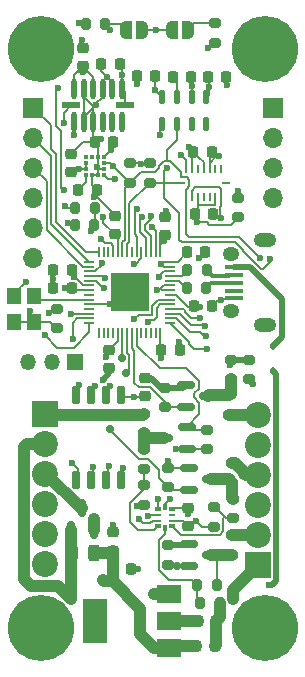
<source format=gbr>
%TF.GenerationSoftware,KiCad,Pcbnew,7.0.5*%
%TF.CreationDate,2023-12-16T01:16:06-08:00*%
%TF.ProjectId,Lyrav3,4c797261-7633-42e6-9b69-6361645f7063,rev?*%
%TF.SameCoordinates,Original*%
%TF.FileFunction,Copper,L4,Bot*%
%TF.FilePolarity,Positive*%
%FSLAX46Y46*%
G04 Gerber Fmt 4.6, Leading zero omitted, Abs format (unit mm)*
G04 Created by KiCad (PCBNEW 7.0.5) date 2023-12-16 01:16:06*
%MOMM*%
%LPD*%
G01*
G04 APERTURE LIST*
G04 Aperture macros list*
%AMRoundRect*
0 Rectangle with rounded corners*
0 $1 Rounding radius*
0 $2 $3 $4 $5 $6 $7 $8 $9 X,Y pos of 4 corners*
0 Add a 4 corners polygon primitive as box body*
4,1,4,$2,$3,$4,$5,$6,$7,$8,$9,$2,$3,0*
0 Add four circle primitives for the rounded corners*
1,1,$1+$1,$2,$3*
1,1,$1+$1,$4,$5*
1,1,$1+$1,$6,$7*
1,1,$1+$1,$8,$9*
0 Add four rect primitives between the rounded corners*
20,1,$1+$1,$2,$3,$4,$5,0*
20,1,$1+$1,$4,$5,$6,$7,0*
20,1,$1+$1,$6,$7,$8,$9,0*
20,1,$1+$1,$8,$9,$2,$3,0*%
%AMFreePoly0*
4,1,19,0.500000,-0.750000,0.000000,-0.750000,0.000000,-0.744911,-0.071157,-0.744911,-0.207708,-0.704816,-0.327430,-0.627875,-0.420627,-0.520320,-0.479746,-0.390866,-0.500000,-0.250000,-0.500000,0.250000,-0.479746,0.390866,-0.420627,0.520320,-0.327430,0.627875,-0.207708,0.704816,-0.071157,0.744911,0.000000,0.744911,0.000000,0.750000,0.500000,0.750000,0.500000,-0.750000,0.500000,-0.750000,
$1*%
%AMFreePoly1*
4,1,19,0.000000,0.744911,0.071157,0.744911,0.207708,0.704816,0.327430,0.627875,0.420627,0.520320,0.479746,0.390866,0.500000,0.250000,0.500000,-0.250000,0.479746,-0.390866,0.420627,-0.520320,0.327430,-0.627875,0.207708,-0.704816,0.071157,-0.744911,0.000000,-0.744911,0.000000,-0.750000,-0.500000,-0.750000,-0.500000,0.750000,0.000000,0.750000,0.000000,0.744911,0.000000,0.744911,
$1*%
G04 Aperture macros list end*
%TA.AperFunction,ComponentPad*%
%ADD10C,5.600000*%
%TD*%
%TA.AperFunction,ComponentPad*%
%ADD11R,1.700000X1.700000*%
%TD*%
%TA.AperFunction,ComponentPad*%
%ADD12O,1.700000X1.700000*%
%TD*%
%TA.AperFunction,ComponentPad*%
%ADD13R,2.200000X2.200000*%
%TD*%
%TA.AperFunction,ComponentPad*%
%ADD14C,2.200000*%
%TD*%
%TA.AperFunction,SMDPad,CuDef*%
%ADD15RoundRect,0.112500X0.112500X-0.187500X0.112500X0.187500X-0.112500X0.187500X-0.112500X-0.187500X0*%
%TD*%
%TA.AperFunction,SMDPad,CuDef*%
%ADD16R,0.350000X0.375000*%
%TD*%
%TA.AperFunction,SMDPad,CuDef*%
%ADD17R,0.375000X0.350000*%
%TD*%
%TA.AperFunction,SMDPad,CuDef*%
%ADD18RoundRect,0.225000X-0.225000X-0.250000X0.225000X-0.250000X0.225000X0.250000X-0.225000X0.250000X0*%
%TD*%
%TA.AperFunction,SMDPad,CuDef*%
%ADD19RoundRect,0.200000X-0.200000X-0.275000X0.200000X-0.275000X0.200000X0.275000X-0.200000X0.275000X0*%
%TD*%
%TA.AperFunction,SMDPad,CuDef*%
%ADD20RoundRect,0.225000X0.250000X-0.225000X0.250000X0.225000X-0.250000X0.225000X-0.250000X-0.225000X0*%
%TD*%
%TA.AperFunction,SMDPad,CuDef*%
%ADD21RoundRect,0.200000X-0.275000X0.200000X-0.275000X-0.200000X0.275000X-0.200000X0.275000X0.200000X0*%
%TD*%
%TA.AperFunction,ComponentPad*%
%ADD22R,1.350000X1.350000*%
%TD*%
%TA.AperFunction,ComponentPad*%
%ADD23O,1.350000X1.350000*%
%TD*%
%TA.AperFunction,SMDPad,CuDef*%
%ADD24RoundRect,0.225000X0.225000X0.250000X-0.225000X0.250000X-0.225000X-0.250000X0.225000X-0.250000X0*%
%TD*%
%TA.AperFunction,SMDPad,CuDef*%
%ADD25RoundRect,0.050000X0.050000X-0.387500X0.050000X0.387500X-0.050000X0.387500X-0.050000X-0.387500X0*%
%TD*%
%TA.AperFunction,SMDPad,CuDef*%
%ADD26RoundRect,0.050000X0.387500X-0.050000X0.387500X0.050000X-0.387500X0.050000X-0.387500X-0.050000X0*%
%TD*%
%TA.AperFunction,SMDPad,CuDef*%
%ADD27R,3.200000X3.200000*%
%TD*%
%TA.AperFunction,SMDPad,CuDef*%
%ADD28RoundRect,0.150000X-0.587500X-0.150000X0.587500X-0.150000X0.587500X0.150000X-0.587500X0.150000X0*%
%TD*%
%TA.AperFunction,SMDPad,CuDef*%
%ADD29RoundRect,0.150000X0.150000X-0.587500X0.150000X0.587500X-0.150000X0.587500X-0.150000X-0.587500X0*%
%TD*%
%TA.AperFunction,SMDPad,CuDef*%
%ADD30RoundRect,0.200000X0.275000X-0.200000X0.275000X0.200000X-0.275000X0.200000X-0.275000X-0.200000X0*%
%TD*%
%TA.AperFunction,SMDPad,CuDef*%
%ADD31R,1.200000X1.400000*%
%TD*%
%TA.AperFunction,SMDPad,CuDef*%
%ADD32RoundRect,0.150000X0.150000X-0.650000X0.150000X0.650000X-0.150000X0.650000X-0.150000X-0.650000X0*%
%TD*%
%TA.AperFunction,SMDPad,CuDef*%
%ADD33RoundRect,0.200000X0.200000X0.275000X-0.200000X0.275000X-0.200000X-0.275000X0.200000X-0.275000X0*%
%TD*%
%TA.AperFunction,SMDPad,CuDef*%
%ADD34R,2.000000X1.500000*%
%TD*%
%TA.AperFunction,SMDPad,CuDef*%
%ADD35R,2.000000X3.800000*%
%TD*%
%TA.AperFunction,SMDPad,CuDef*%
%ADD36RoundRect,0.225000X-0.250000X0.225000X-0.250000X-0.225000X0.250000X-0.225000X0.250000X0.225000X0*%
%TD*%
%TA.AperFunction,SMDPad,CuDef*%
%ADD37R,1.600000X0.400000*%
%TD*%
%TA.AperFunction,ComponentPad*%
%ADD38O,1.400000X1.200000*%
%TD*%
%TA.AperFunction,ComponentPad*%
%ADD39O,1.900000X1.200000*%
%TD*%
%TA.AperFunction,SMDPad,CuDef*%
%ADD40FreePoly0,0.000000*%
%TD*%
%TA.AperFunction,SMDPad,CuDef*%
%ADD41FreePoly1,0.000000*%
%TD*%
%TA.AperFunction,SMDPad,CuDef*%
%ADD42RoundRect,0.243750X-0.243750X-0.456250X0.243750X-0.456250X0.243750X0.456250X-0.243750X0.456250X0*%
%TD*%
%TA.AperFunction,SMDPad,CuDef*%
%ADD43R,0.250000X0.800000*%
%TD*%
%TA.AperFunction,SMDPad,CuDef*%
%ADD44R,0.800000X0.250000*%
%TD*%
%TA.AperFunction,SMDPad,CuDef*%
%ADD45O,0.450000X1.770000*%
%TD*%
%TA.AperFunction,SMDPad,CuDef*%
%ADD46R,1.550000X0.600000*%
%TD*%
%TA.AperFunction,SMDPad,CuDef*%
%ADD47RoundRect,0.150000X0.587500X0.150000X-0.587500X0.150000X-0.587500X-0.150000X0.587500X-0.150000X0*%
%TD*%
%TA.AperFunction,SMDPad,CuDef*%
%ADD48R,0.580000X0.300000*%
%TD*%
%TA.AperFunction,SMDPad,CuDef*%
%ADD49R,0.580000X0.250000*%
%TD*%
%TA.AperFunction,SMDPad,CuDef*%
%ADD50R,0.350000X0.630000*%
%TD*%
%TA.AperFunction,SMDPad,CuDef*%
%ADD51RoundRect,0.125000X-0.125000X0.475000X-0.125000X-0.475000X0.125000X-0.475000X0.125000X0.475000X0*%
%TD*%
%TA.AperFunction,ViaPad*%
%ADD52C,1.000000*%
%TD*%
%TA.AperFunction,ViaPad*%
%ADD53C,0.600000*%
%TD*%
%TA.AperFunction,ViaPad*%
%ADD54C,0.700000*%
%TD*%
%TA.AperFunction,Conductor*%
%ADD55C,0.200000*%
%TD*%
%TA.AperFunction,Conductor*%
%ADD56C,1.000000*%
%TD*%
%TA.AperFunction,Conductor*%
%ADD57C,0.500000*%
%TD*%
%TA.AperFunction,Conductor*%
%ADD58C,0.300000*%
%TD*%
G04 APERTURE END LIST*
D10*
%TO.P,H3,1,1*%
%TO.N,GND*%
X186600000Y-116025000D03*
%TD*%
D11*
%TO.P,J8,1,Pin_1*%
%TO.N,/BRKOUT1*%
X206248000Y-72009000D03*
D12*
%TO.P,J8,2,Pin_2*%
%TO.N,/BRKOUT2*%
X206248000Y-74549000D03*
%TO.P,J8,3,Pin_3*%
%TO.N,/BRKOUT3*%
X206248000Y-77089000D03*
%TO.P,J8,4,Pin_4*%
%TO.N,/BRKOUT4*%
X206248000Y-79629000D03*
%TD*%
D10*
%TO.P,H1,1,1*%
%TO.N,GND*%
X186600000Y-67025000D03*
%TD*%
%TO.P,H2,1,1*%
%TO.N,GND*%
X205600000Y-67025000D03*
%TD*%
%TO.P,H4,1,1*%
%TO.N,GND*%
X205600000Y-116025000D03*
%TD*%
D13*
%TO.P,J2,1,Pin_1*%
%TO.N,/P4-*%
X186944000Y-97917000D03*
D14*
%TO.P,J2,2,Pin_2*%
%TO.N,+12P*%
X186944000Y-100457000D03*
%TO.P,J2,3,Pin_3*%
%TO.N,+12V*%
X186944000Y-102997000D03*
%TO.P,J2,4,Pin_4*%
%TO.N,+BATT*%
X186944000Y-105537000D03*
%TO.P,J2,5,Pin_5*%
%TO.N,GND*%
X186944000Y-108077000D03*
%TO.P,J2,6,Pin_6*%
%TO.N,+BATT*%
X186944000Y-110617000D03*
%TD*%
D13*
%TO.P,J9,1,Pin_1*%
%TO.N,+12P*%
X204978000Y-110744000D03*
D14*
%TO.P,J9,2,Pin_2*%
%TO.N,/P1-*%
X204978000Y-108204000D03*
%TO.P,J9,3,Pin_3*%
%TO.N,+12P*%
X204978000Y-105664000D03*
%TO.P,J9,4,Pin_4*%
%TO.N,/P2-*%
X204978000Y-103124000D03*
%TO.P,J9,5,Pin_5*%
%TO.N,+12P*%
X204978000Y-100584000D03*
%TO.P,J9,6,Pin_6*%
%TO.N,/P3-*%
X204978000Y-98044000D03*
%TD*%
D11*
%TO.P,J6,1,Pin_1*%
%TO.N,/BRKOUT7*%
X185928000Y-71999000D03*
D12*
%TO.P,J6,2,Pin_2*%
%TO.N,/BRKOUT6*%
X185928000Y-74539000D03*
%TO.P,J6,3,Pin_3*%
%TO.N,/BRKOUT5*%
X185928000Y-77079000D03*
%TO.P,J6,4,Pin_4*%
%TO.N,+12VA*%
X185928000Y-79619000D03*
%TO.P,J6,5,Pin_5*%
%TO.N,+3V3*%
X185928000Y-82159000D03*
%TO.P,J6,6,Pin_6*%
%TO.N,GND*%
X185928000Y-84699000D03*
%TD*%
D15*
%TO.P,D3,1,K*%
%TO.N,+12V*%
X206248000Y-94268000D03*
%TO.P,D3,2,A*%
%TO.N,Net-(D3-A)*%
X206248000Y-92168000D03*
%TD*%
D16*
%TO.P,U5,1,SCL/SPC*%
%TO.N,/I2C1 SCL*%
X191931800Y-77673700D03*
%TO.P,U5,2,GND*%
%TO.N,GND*%
X191431800Y-77673700D03*
%TO.P,U5,3,GND*%
X190931800Y-77673700D03*
%TO.P,U5,4,C1*%
%TO.N,Net-(U5-C1)*%
X190431800Y-77673700D03*
D17*
%TO.P,U5,5,Vdd*%
%TO.N,+3V3*%
X190419300Y-77161200D03*
%TO.P,U5,6,Vdd_IO*%
X190419300Y-76661200D03*
D16*
%TO.P,U5,7,INT*%
%TO.N,unconnected-(U5-INT-Pad7)*%
X190431800Y-76148700D03*
%TO.P,U5,8,DRDY*%
%TO.N,unconnected-(U5-DRDY-Pad8)*%
X190931800Y-76148700D03*
%TO.P,U5,9,SDO/SA1*%
%TO.N,GND*%
X191431800Y-76148700D03*
%TO.P,U5,10,~{CS}*%
%TO.N,+3V3*%
X191931800Y-76148700D03*
D17*
%TO.P,U5,11,SDA/SDI/SDO*%
%TO.N,/I2C1 SDA*%
X191944300Y-76661200D03*
%TO.P,U5,12,GND*%
%TO.N,GND*%
X191944300Y-77161200D03*
%TD*%
D18*
%TO.P,C22,1*%
%TO.N,+3V3*%
X196786200Y-92506800D03*
%TO.P,C22,2*%
%TO.N,GND*%
X198336200Y-92506800D03*
%TD*%
D19*
%TO.P,R18,1*%
%TO.N,/RP USB_D-*%
X198983100Y-85768800D03*
%TO.P,R18,2*%
%TO.N,/USB_D-*%
X200633100Y-85768800D03*
%TD*%
D20*
%TO.P,C11,1*%
%TO.N,+3V3*%
X190135200Y-68494101D03*
%TO.P,C11,2*%
%TO.N,GND*%
X190135200Y-66944101D03*
%TD*%
D21*
%TO.P,R17,1*%
%TO.N,GND*%
X197104000Y-95695000D03*
%TO.P,R17,2*%
%TO.N,/P3 EN *%
X197104000Y-97345000D03*
%TD*%
D22*
%TO.P,J5,1,Pin_1*%
%TO.N,/SWCLK*%
X189502800Y-93522800D03*
D23*
%TO.P,J5,2,Pin_2*%
%TO.N,GND*%
X187502800Y-93522800D03*
%TO.P,J5,3,Pin_3*%
%TO.N,/SWD*%
X185502800Y-93522800D03*
%TD*%
D21*
%TO.P,R6,1*%
%TO.N,+3V3*%
X195799400Y-76710702D03*
%TO.P,R6,2*%
%TO.N,/I2C1 SCL*%
X195799400Y-78360702D03*
%TD*%
D24*
%TO.P,C10,1*%
%TO.N,+3V3*%
X193256200Y-68326000D03*
%TO.P,C10,2*%
%TO.N,GND*%
X191706200Y-68326000D03*
%TD*%
D25*
%TO.P,U8,1,IOVDD*%
%TO.N,+3V3*%
X196705900Y-91073300D03*
%TO.P,U8,2,GPIO0*%
%TO.N,unconnected-(U8-GPIO0-Pad2)*%
X196305900Y-91073300D03*
%TO.P,U8,3,GPIO1*%
%TO.N,unconnected-(U8-GPIO1-Pad3)*%
X195905900Y-91073300D03*
%TO.P,U8,4,GPIO2*%
%TO.N,unconnected-(U8-GPIO2-Pad4)*%
X195505900Y-91073300D03*
%TO.P,U8,5,GPIO3*%
%TO.N,unconnected-(U8-GPIO3-Pad5)*%
X195105900Y-91073300D03*
%TO.P,U8,6,GPIO4*%
%TO.N,/P4 EN *%
X194705900Y-91073300D03*
%TO.P,U8,7,GPIO5*%
%TO.N,/P3 EN *%
X194305900Y-91073300D03*
%TO.P,U8,8,GPIO6*%
%TO.N,/P2 EN *%
X193905900Y-91073300D03*
%TO.P,U8,9,GPIO7*%
%TO.N,/P1 EN *%
X193505900Y-91073300D03*
%TO.P,U8,10,IOVDD*%
%TO.N,+3V3*%
X193105900Y-91073300D03*
%TO.P,U8,11,GPIO8*%
%TO.N,unconnected-(U8-GPIO8-Pad11)*%
X192705900Y-91073300D03*
%TO.P,U8,12,GPIO9*%
%TO.N,unconnected-(U8-GPIO9-Pad12)*%
X192305900Y-91073300D03*
%TO.P,U8,13,GPIO10*%
%TO.N,unconnected-(U8-GPIO10-Pad13)*%
X191905900Y-91073300D03*
%TO.P,U8,14,GPIO11*%
%TO.N,unconnected-(U8-GPIO11-Pad14)*%
X191505900Y-91073300D03*
D26*
%TO.P,U8,15,GPIO12*%
%TO.N,/LEDRED*%
X190668400Y-90235800D03*
%TO.P,U8,16,GPIO13*%
%TO.N,/LEDGREEN*%
X190668400Y-89835800D03*
%TO.P,U8,17,GPIO14*%
%TO.N,/LEDBLUE*%
X190668400Y-89435800D03*
%TO.P,U8,18,GPIO15*%
%TO.N,unconnected-(U8-GPIO15-Pad18)*%
X190668400Y-89035800D03*
%TO.P,U8,19,TESTEN*%
%TO.N,GND*%
X190668400Y-88635800D03*
%TO.P,U8,20,XIN*%
%TO.N,/XIN*%
X190668400Y-88235800D03*
%TO.P,U8,21,XOUT*%
%TO.N,unconnected-(U8-XOUT-Pad21)*%
X190668400Y-87835800D03*
%TO.P,U8,22,IOVDD*%
%TO.N,+3V3*%
X190668400Y-87435800D03*
%TO.P,U8,23,DVDD*%
%TO.N,+1V1*%
X190668400Y-87035800D03*
%TO.P,U8,24,SWCLK*%
%TO.N,/SWCLK*%
X190668400Y-86635800D03*
%TO.P,U8,25,SWD*%
%TO.N,/SWD*%
X190668400Y-86235800D03*
%TO.P,U8,26,RUN*%
%TO.N,/RUN*%
X190668400Y-85835800D03*
%TO.P,U8,27,GPIO16*%
%TO.N,/BRKOUT5*%
X190668400Y-85435800D03*
%TO.P,U8,28,GPIO17*%
%TO.N,/BRKOUT6*%
X190668400Y-85035800D03*
D25*
%TO.P,U8,29,GPIO18*%
%TO.N,/BRKOUT7*%
X191505900Y-84198300D03*
%TO.P,U8,30,GPIO19*%
%TO.N,unconnected-(U8-GPIO19-Pad30)*%
X191905900Y-84198300D03*
%TO.P,U8,31,GPIO20*%
%TO.N,unconnected-(U8-GPIO20-Pad31)*%
X192305900Y-84198300D03*
%TO.P,U8,32,GPIO21*%
%TO.N,/BUZZER*%
X192705900Y-84198300D03*
%TO.P,U8,33,IOVDD*%
%TO.N,+3V3*%
X193105900Y-84198300D03*
%TO.P,U8,34,GPIO22*%
%TO.N,/I2C1 SDA*%
X193505900Y-84198300D03*
%TO.P,U8,35,GPIO23*%
%TO.N,/I2C1 SCL*%
X193905900Y-84198300D03*
%TO.P,U8,36,GPIO24*%
%TO.N,unconnected-(U8-GPIO24-Pad36)*%
X194305900Y-84198300D03*
%TO.P,U8,37,GPIO25*%
%TO.N,/BRKOUT1*%
X194705900Y-84198300D03*
%TO.P,U8,38,GPIO26_ADC0*%
%TO.N,/BATT SENSE *%
X195105900Y-84198300D03*
%TO.P,U8,39,GPIO27_ADC1*%
%TO.N,/BRKOUT2*%
X195505900Y-84198300D03*
%TO.P,U8,40,GPIO28_ADC2*%
%TO.N,/BRKOUT3*%
X195905900Y-84198300D03*
%TO.P,U8,41,GPIO29_ADC3*%
%TO.N,/BRKOUT4*%
X196305900Y-84198300D03*
%TO.P,U8,42,IOVDD*%
%TO.N,+3V3*%
X196705900Y-84198300D03*
D26*
%TO.P,U8,43,ADC_AVDD*%
X197543400Y-85035800D03*
%TO.P,U8,44,VREG_IN*%
X197543400Y-85435800D03*
%TO.P,U8,45,VREG_VOUT*%
%TO.N,+1V1*%
X197543400Y-85835800D03*
%TO.P,U8,46,USB_DM*%
%TO.N,/RP USB_D-*%
X197543400Y-86235800D03*
%TO.P,U8,47,USB_DP*%
%TO.N,/RP USB_D+*%
X197543400Y-86635800D03*
%TO.P,U8,48,USB_VDD*%
%TO.N,+3V3*%
X197543400Y-87035800D03*
%TO.P,U8,49,IOVDD*%
X197543400Y-87435800D03*
%TO.P,U8,50,DVDD*%
%TO.N,+1V1*%
X197543400Y-87835800D03*
%TO.P,U8,51,QSPI_SD3*%
%TO.N,/QSPI_SD3*%
X197543400Y-88235800D03*
%TO.P,U8,52,QSPI_SCLK*%
%TO.N,/QSPI_SCLK*%
X197543400Y-88635800D03*
%TO.P,U8,53,QSPI_SD0*%
%TO.N,/QSPI_SDO*%
X197543400Y-89035800D03*
%TO.P,U8,54,QSPI_SD2*%
%TO.N,/QSPI_SD2*%
X197543400Y-89435800D03*
%TO.P,U8,55,QSPI_SD1*%
%TO.N,/QSPI_SD1*%
X197543400Y-89835800D03*
%TO.P,U8,56,QSPI_SS*%
%TO.N,/QSPI_SS*%
X197543400Y-90235800D03*
D27*
%TO.P,U8,57,GND*%
%TO.N,GND*%
X194105900Y-87635800D03*
%TD*%
D28*
%TO.P,Q2,1,G*%
%TO.N,/P2 EN *%
X199136000Y-104394000D03*
%TO.P,Q2,2,S*%
%TO.N,GND*%
X199136000Y-102494000D03*
%TO.P,Q2,3,D*%
%TO.N,Net-(Q2-D)*%
X201011000Y-103444000D03*
%TD*%
D18*
%TO.P,C17,1*%
%TO.N,+1V1*%
X199529400Y-88798400D03*
%TO.P,C17,2*%
%TO.N,GND*%
X201079400Y-88798400D03*
%TD*%
D29*
%TO.P,Q1,1,G*%
%TO.N,GND*%
X191069000Y-107769900D03*
%TO.P,Q1,2,S*%
%TO.N,+12P*%
X189169000Y-107769900D03*
%TO.P,Q1,3,D*%
%TO.N,+12V*%
X190119000Y-105894900D03*
%TD*%
D18*
%TO.P,C14,1*%
%TO.N,Net-(U5-C1)*%
X189775800Y-78943200D03*
%TO.P,C14,2*%
%TO.N,GND*%
X191325800Y-78943200D03*
%TD*%
D30*
%TO.P,R27,1*%
%TO.N,GND*%
X200660000Y-100901000D03*
%TO.P,R27,2*%
%TO.N,/P4 EN *%
X200660000Y-99251000D03*
%TD*%
D21*
%TO.P,R16,1*%
%TO.N,GND*%
X197358000Y-109016800D03*
%TO.P,R16,2*%
%TO.N,/P1 EN *%
X197358000Y-110666800D03*
%TD*%
D31*
%TO.P,X1,1,Tri-state*%
%TO.N,+3V3*%
X184353100Y-90145400D03*
%TO.P,X1,2,GND*%
%TO.N,GND*%
X184353100Y-87945400D03*
%TO.P,X1,3,OUTPUT*%
%TO.N,/XIN*%
X186053100Y-87945400D03*
%TO.P,X1,4,VDD*%
%TO.N,+3V3*%
X186053100Y-90145400D03*
%TD*%
D32*
%TO.P,U9,1,~{CS}*%
%TO.N,/QSPI_SS*%
X193421000Y-103530400D03*
%TO.P,U9,2,DO(IO1)*%
%TO.N,/QSPI_SD1*%
X192151000Y-103530400D03*
%TO.P,U9,3,IO2*%
%TO.N,/QSPI_SD2*%
X190881000Y-103530400D03*
%TO.P,U9,4,GND*%
%TO.N,GND*%
X189611000Y-103530400D03*
%TO.P,U9,5,DI(IO0)*%
%TO.N,/QSPI_SDO*%
X189611000Y-96330400D03*
%TO.P,U9,6,CLK*%
%TO.N,/QSPI_SCLK*%
X190881000Y-96330400D03*
%TO.P,U9,7,IO3*%
%TO.N,/QSPI_SD3*%
X192151000Y-96330400D03*
%TO.P,U9,8,VCC*%
%TO.N,+3V3*%
X193421000Y-96330400D03*
%TD*%
D18*
%TO.P,C6,1*%
%TO.N,+3V3*%
X199885000Y-115443000D03*
%TO.P,C6,2*%
%TO.N,GND*%
X201435000Y-115443000D03*
%TD*%
D21*
%TO.P,R7,1*%
%TO.N,+3V3*%
X194148400Y-76710701D03*
%TO.P,R7,2*%
%TO.N,/I2C1 SDA*%
X194148400Y-78360701D03*
%TD*%
D20*
%TO.P,C12,1*%
%TO.N,+3V3*%
X189149800Y-77445200D03*
%TO.P,C12,2*%
%TO.N,GND*%
X189149800Y-75895200D03*
%TD*%
D21*
%TO.P,R19,1*%
%TO.N,/P2-*%
X202819000Y-102109000D03*
%TO.P,R19,2*%
%TO.N,Net-(Q2-D)*%
X202819000Y-103759000D03*
%TD*%
D18*
%TO.P,C1,1*%
%TO.N,+3V3*%
X199631000Y-81026000D03*
%TO.P,C1,2*%
%TO.N,GND*%
X201181000Y-81026000D03*
%TD*%
D20*
%TO.P,C21,1*%
%TO.N,+3V3*%
X197104000Y-82766200D03*
%TO.P,C21,2*%
%TO.N,GND*%
X197104000Y-81216200D03*
%TD*%
D33*
%TO.P,R15,1*%
%TO.N,/USB_D+*%
X200607700Y-87292800D03*
%TO.P,R15,2*%
%TO.N,/RP USB_D+*%
X198957700Y-87292800D03*
%TD*%
D21*
%TO.P,R2,1*%
%TO.N,Net-(D4-A)*%
X187920900Y-89007800D03*
%TO.P,R2,2*%
%TO.N,+3V3*%
X187920900Y-90657800D03*
%TD*%
D34*
%TO.P,U1,1,GND*%
%TO.N,GND*%
X197460000Y-113143000D03*
%TO.P,U1,2,VO*%
%TO.N,+3V3*%
X197460000Y-115443000D03*
%TO.P,U1,3,VI*%
%TO.N,+12VA*%
X197460000Y-117743000D03*
D35*
%TO.P,U1,4*%
%TO.N,N/C*%
X191160000Y-115443000D03*
%TD*%
D24*
%TO.P,C2,1*%
%TO.N,+3V3*%
X201044800Y-75745501D03*
%TO.P,C2,2*%
%TO.N,GND*%
X199494800Y-75745501D03*
%TD*%
D18*
%TO.P,C5,1*%
%TO.N,+12VA*%
X199758000Y-117602000D03*
%TO.P,C5,2*%
%TO.N,GND*%
X201308000Y-117602000D03*
%TD*%
%TO.P,C7,1*%
%TO.N,+12VA*%
X192671400Y-111048800D03*
%TO.P,C7,2*%
%TO.N,GND*%
X194221400Y-111048800D03*
%TD*%
D36*
%TO.P,C15,1*%
%TO.N,+3V3*%
X199085200Y-105854200D03*
%TO.P,C15,2*%
%TO.N,GND*%
X199085200Y-107404200D03*
%TD*%
D37*
%TO.P,J7,1,VBUS*%
%TO.N,Net-(D3-A)*%
X202965200Y-85517200D03*
%TO.P,J7,2,D-*%
%TO.N,/USB_D-*%
X202965200Y-86167200D03*
%TO.P,J7,3,D+*%
%TO.N,/USB_D+*%
X202965200Y-86817200D03*
%TO.P,J7,4,ID*%
%TO.N,unconnected-(J7-ID-Pad4)*%
X202965200Y-87467200D03*
%TO.P,J7,5,GND*%
%TO.N,GND*%
X202955200Y-88117200D03*
D38*
%TO.P,J7,6,Shield*%
%TO.N,unconnected-(J7-Shield-Pad6)*%
X202715200Y-89237200D03*
%TO.P,J7,7*%
%TO.N,N/C*%
X202715200Y-84397200D03*
D39*
%TO.P,J7,8*%
X205615200Y-83217200D03*
%TO.P,J7,9*%
X205615200Y-90417200D03*
%TD*%
D20*
%TO.P,C8,1*%
%TO.N,+12VA*%
X192684400Y-109487000D03*
%TO.P,C8,2*%
%TO.N,GND*%
X192684400Y-107937000D03*
%TD*%
D36*
%TO.P,C23,1*%
%TO.N,+3V3*%
X192379600Y-92493800D03*
%TO.P,C23,2*%
%TO.N,GND*%
X192379600Y-94043800D03*
%TD*%
D19*
%TO.P,R1,1*%
%TO.N,+3V3*%
X190414313Y-64897000D03*
%TO.P,R1,2*%
%TO.N,/RUN*%
X192064313Y-64897000D03*
%TD*%
D24*
%TO.P,C13,1*%
%TO.N,+3V3*%
X192718800Y-74879200D03*
%TO.P,C13,2*%
%TO.N,GND*%
X191168800Y-74879200D03*
%TD*%
D28*
%TO.P,Q3,1,G*%
%TO.N,/P1 EN *%
X199166000Y-110805000D03*
%TO.P,Q3,2,S*%
%TO.N,GND*%
X199166000Y-108905000D03*
%TO.P,Q3,3,D*%
%TO.N,Net-(Q3-D)*%
X201041000Y-109855000D03*
%TD*%
D21*
%TO.P,R25,1*%
%TO.N,/P4 CONT *%
X195326000Y-103950000D03*
%TO.P,R25,2*%
%TO.N,GND*%
X195326000Y-105600000D03*
%TD*%
D18*
%TO.P,C25,1*%
%TO.N,+3V3*%
X198956900Y-84244800D03*
%TO.P,C25,2*%
%TO.N,GND*%
X200506900Y-84244800D03*
%TD*%
D40*
%TO.P,J4,1,Pin_1*%
%TO.N,GND*%
X197724000Y-65405000D03*
D41*
%TO.P,J4,2,Pin_2*%
%TO.N,/BOOTSEL*%
X199024000Y-65405000D03*
%TD*%
D19*
%TO.P,R12,1*%
%TO.N,/P1 CONT *%
X200089000Y-113919000D03*
%TO.P,R12,2*%
%TO.N,GND*%
X201739000Y-113919000D03*
%TD*%
D33*
%TO.P,R10,1*%
%TO.N,Net-(Q3-D)*%
X201485000Y-112395000D03*
%TO.P,R10,2*%
%TO.N,/P1 CONT *%
X199835000Y-112395000D03*
%TD*%
D21*
%TO.P,R21,1*%
%TO.N,Net-(Q2-D)*%
X202844400Y-105093000D03*
%TO.P,R21,2*%
%TO.N,/P2 CONT *%
X202844400Y-106743000D03*
%TD*%
D42*
%TO.P,F1,1*%
%TO.N,+12P*%
X189206900Y-109728000D03*
%TO.P,F1,2*%
%TO.N,+12VA*%
X191081900Y-109728000D03*
%TD*%
D21*
%TO.P,R3,1*%
%TO.N,Net-(D2-A)*%
X203327000Y-79629000D03*
%TO.P,R3,2*%
%TO.N,+3V3*%
X203327000Y-81279000D03*
%TD*%
%TO.P,R23,1*%
%TO.N,Net-(Q5-D)*%
X195326000Y-100902000D03*
%TO.P,R23,2*%
%TO.N,/P4 CONT *%
X195326000Y-102552000D03*
%TD*%
D43*
%TO.P,U2,1,INT2*%
%TO.N,unconnected-(U2-INT2-Pad1)*%
X201877600Y-77137701D03*
%TO.P,U2,2,NC*%
%TO.N,unconnected-(U2-NC-Pad2)*%
X201377600Y-77137701D03*
%TO.P,U2,3,VDD*%
%TO.N,+3V3*%
X200877600Y-77137701D03*
%TO.P,U2,4,GNDA*%
%TO.N,GND*%
X200377600Y-77137701D03*
%TO.P,U2,5,CSB2*%
%TO.N,unconnected-(U2-CSB2-Pad5)*%
X199877600Y-77137701D03*
%TO.P,U2,6,GNDIO*%
%TO.N,GND*%
X199377600Y-77137701D03*
%TO.P,U2,7,PS*%
%TO.N,+3V3*%
X198877600Y-77137701D03*
D44*
%TO.P,U2,8,SCL/SCK*%
%TO.N,/I2C1 SCL*%
X198467600Y-78337701D03*
D43*
%TO.P,U2,9,SDA/SDI*%
%TO.N,/I2C1 SDA*%
X198877600Y-79537701D03*
%TO.P,U2,10,SDO2*%
%TO.N,GND*%
X199377600Y-79537701D03*
%TO.P,U2,11,VDDIO*%
%TO.N,+3V3*%
X199877600Y-79537701D03*
%TO.P,U2,12,INT3*%
%TO.N,unconnected-(U2-INT3-Pad12)*%
X200377600Y-79537701D03*
%TO.P,U2,13,INT4*%
%TO.N,unconnected-(U2-INT4-Pad13)*%
X200877600Y-79537701D03*
%TO.P,U2,14,CSB1*%
%TO.N,+3V3*%
X201377600Y-79537701D03*
%TO.P,U2,15,SDO1*%
%TO.N,GND*%
X201877600Y-79537701D03*
D44*
%TO.P,U2,16,INT1*%
%TO.N,unconnected-(U2-INT1-Pad16)*%
X202287600Y-78337701D03*
%TD*%
D21*
%TO.P,R24,1*%
%TO.N,/P2 CONT *%
X201269600Y-105804200D03*
%TO.P,R24,2*%
%TO.N,GND*%
X201269600Y-107454200D03*
%TD*%
D45*
%TO.P,U4,1,VDDI/O*%
%TO.N,+3V3*%
X189443714Y-70389101D03*
%TO.P,U4,2,GND*%
%TO.N,GND*%
X190243714Y-70389101D03*
%TO.P,U4,3,RESERVED*%
%TO.N,+3V3*%
X191043714Y-70389101D03*
%TO.P,U4,4,GND*%
%TO.N,GND*%
X191843714Y-70389101D03*
%TO.P,U4,5,GND*%
X192643714Y-70389101D03*
%TO.P,U4,6,VS*%
%TO.N,+3V3*%
X193443714Y-70389101D03*
D46*
%TO.P,U4,7,~{CS}*%
X193743714Y-71799101D03*
D45*
%TO.P,U4,8,INT1*%
%TO.N,unconnected-(U4-INT1-Pad8)*%
X193443714Y-73209101D03*
%TO.P,U4,9,INT2*%
%TO.N,unconnected-(U4-INT2-Pad9)*%
X192643714Y-73209101D03*
%TO.P,U4,10,NC*%
%TO.N,unconnected-(U4-NC-Pad10)*%
X191843714Y-73209101D03*
%TO.P,U4,11,RESERVED*%
%TO.N,GND*%
X191043714Y-73209101D03*
%TO.P,U4,12,SDO/ALTADDRESS*%
X190243714Y-73209101D03*
%TO.P,U4,13,SDA/SDI/SDIO*%
%TO.N,/I2C1 SDA*%
X189443714Y-73209101D03*
D46*
%TO.P,U4,14,SCL/SCLK*%
%TO.N,/I2C1 SCL*%
X189143714Y-71799101D03*
%TD*%
D40*
%TO.P,J3,1,Pin_1*%
%TO.N,/RUN*%
X193816999Y-65405000D03*
D41*
%TO.P,J3,2,Pin_2*%
%TO.N,GND*%
X195116999Y-65405000D03*
%TD*%
D33*
%TO.P,R5,1*%
%TO.N,/BATT SENSE *%
X191117800Y-81963099D03*
%TO.P,R5,2*%
%TO.N,GND*%
X189467800Y-81963099D03*
%TD*%
D30*
%TO.P,R9,1*%
%TO.N,/P3-*%
X202565000Y-97980000D03*
%TO.P,R9,2*%
%TO.N,Net-(Q4-D)*%
X202565000Y-96330000D03*
%TD*%
D19*
%TO.P,R4,1*%
%TO.N,+12VA*%
X189493200Y-80493100D03*
%TO.P,R4,2*%
%TO.N,/BATT SENSE *%
X191143200Y-80493100D03*
%TD*%
D18*
%TO.P,C9,1*%
%TO.N,Net-(U3-CAP)*%
X197742200Y-69395501D03*
%TO.P,C9,2*%
%TO.N,GND*%
X199292200Y-69395501D03*
%TD*%
D21*
%TO.P,R20,1*%
%TO.N,/P4-*%
X195326000Y-97918000D03*
%TO.P,R20,2*%
%TO.N,Net-(Q5-D)*%
X195326000Y-99568000D03*
%TD*%
D30*
%TO.P,R14,1*%
%TO.N,/QSPI_SS*%
X201371200Y-66497200D03*
%TO.P,R14,2*%
%TO.N,/BOOTSEL*%
X201371200Y-64847200D03*
%TD*%
D47*
%TO.P,Q5,1,G*%
%TO.N,/P4 EN *%
X198930500Y-98999000D03*
%TO.P,Q5,2,S*%
%TO.N,GND*%
X198930500Y-100899000D03*
%TO.P,Q5,3,D*%
%TO.N,Net-(Q5-D)*%
X197055500Y-99949000D03*
%TD*%
D24*
%TO.P,C16,1*%
%TO.N,+1V1*%
X189192200Y-85768800D03*
%TO.P,C16,2*%
%TO.N,GND*%
X187642200Y-85768800D03*
%TD*%
D48*
%TO.P,U6,1,ADDR*%
%TO.N,+3V3*%
X197739000Y-105942000D03*
D49*
%TO.P,U6,2,ALERT/RDY*%
%TO.N,unconnected-(U6-ALERT{slash}RDY-Pad2)*%
X197739000Y-106442000D03*
%TO.P,U6,3,GND*%
%TO.N,GND*%
X197739000Y-106942000D03*
D48*
%TO.P,U6,4,AIN0*%
%TO.N,/P2 CONT *%
X197739000Y-107442000D03*
D50*
%TO.P,U6,5,AIN1*%
%TO.N,/P1 CONT *%
X197109000Y-107552000D03*
D48*
%TO.P,U6,6,AIN2*%
%TO.N,/P4 CONT *%
X196479000Y-107442000D03*
D49*
%TO.P,U6,7,AIN3*%
%TO.N,/P3 CONT *%
X196479000Y-106942000D03*
%TO.P,U6,8,VDD*%
%TO.N,+3V3*%
X196479000Y-106442000D03*
D48*
%TO.P,U6,9,SDA*%
%TO.N,/I2C1 SDA*%
X196479000Y-105942000D03*
D50*
%TO.P,U6,10,SCL*%
%TO.N,/I2C1 SCL*%
X197109000Y-105832000D03*
%TD*%
D21*
%TO.P,R26,1*%
%TO.N,GND*%
X197358000Y-102490000D03*
%TO.P,R26,2*%
%TO.N,/P2 EN *%
X197358000Y-104140000D03*
%TD*%
D24*
%TO.P,C24,1*%
%TO.N,+3V3*%
X189203900Y-87292800D03*
%TO.P,C24,2*%
%TO.N,GND*%
X187653900Y-87292800D03*
%TD*%
D18*
%TO.P,C4,1*%
%TO.N,+3V3*%
X200748600Y-69392800D03*
%TO.P,C4,2*%
%TO.N,GND*%
X202298600Y-69392800D03*
%TD*%
D28*
%TO.P,Q4,1,G*%
%TO.N,/P3 EN *%
X198912000Y-97343000D03*
%TO.P,Q4,2,S*%
%TO.N,GND*%
X198912000Y-95443000D03*
%TO.P,Q4,3,D*%
%TO.N,Net-(Q4-D)*%
X200787000Y-96393000D03*
%TD*%
D51*
%TO.P,U3,1,VDD*%
%TO.N,+3V3*%
X196860800Y-71071901D03*
%TO.P,U3,2,CAP*%
%TO.N,Net-(U3-CAP)*%
X198110800Y-71071901D03*
%TO.P,U3,3,GND*%
%TO.N,GND*%
X199360800Y-71071901D03*
%TO.P,U3,4,VDDIO*%
%TO.N,+3V3*%
X200610800Y-71071901D03*
%TO.P,U3,5,INT2*%
%TO.N,unconnected-(U3-INT2-Pad5)*%
X200610800Y-73371901D03*
%TO.P,U3,6,INT1*%
%TO.N,unconnected-(U3-INT1-Pad6)*%
X199360800Y-73371901D03*
%TO.P,U3,7,SDL*%
%TO.N,/I2C1 SDA*%
X198110800Y-73371901D03*
%TO.P,U3,8,SCL*%
%TO.N,/I2C1 SCL*%
X196860800Y-73371901D03*
%TD*%
D21*
%TO.P,R8,1*%
%TO.N,/P1-*%
X202819000Y-108205000D03*
%TO.P,R8,2*%
%TO.N,Net-(Q3-D)*%
X202819000Y-109855000D03*
%TD*%
D20*
%TO.P,C27,1*%
%TO.N,+3V3*%
X195376800Y-96418400D03*
%TO.P,C27,2*%
%TO.N,GND*%
X195376800Y-94868400D03*
%TD*%
%TO.P,C26,1*%
%TO.N,+3V3*%
X192836800Y-82715400D03*
%TO.P,C26,2*%
%TO.N,GND*%
X192836800Y-81165400D03*
%TD*%
D24*
%TO.P,C3,1*%
%TO.N,+3V3*%
X196253400Y-69342000D03*
%TO.P,C3,2*%
%TO.N,GND*%
X194703400Y-69342000D03*
%TD*%
D21*
%TO.P,R13,1*%
%TO.N,/P3 CONT *%
X204216000Y-93346000D03*
%TO.P,R13,2*%
%TO.N,GND*%
X204216000Y-94996000D03*
%TD*%
D30*
%TO.P,R11,1*%
%TO.N,Net-(Q4-D)*%
X202692000Y-94996000D03*
%TO.P,R11,2*%
%TO.N,/P3 CONT *%
X202692000Y-93346000D03*
%TD*%
D52*
%TO.N,+12VA*%
X191871600Y-112014000D03*
D53*
X188671200Y-80314800D03*
%TO.N,GND*%
X198018400Y-100888800D03*
X191827274Y-95007119D03*
X185318400Y-86715600D03*
X192430400Y-88635800D03*
X199097913Y-75348599D03*
X192684400Y-107340400D03*
X199948800Y-84683600D03*
D52*
X191063407Y-106783345D03*
D53*
X201847784Y-81296069D03*
X188874400Y-81737200D03*
X190093600Y-66243200D03*
X191231011Y-71748973D03*
X187642200Y-86512400D03*
X199360800Y-70154800D03*
X202336400Y-70053200D03*
X199745600Y-106984800D03*
X194716400Y-69951600D03*
X197358000Y-101904800D03*
X201881523Y-88272299D03*
X195986400Y-94945200D03*
X194818000Y-111048800D03*
X191058300Y-79518600D03*
X194716347Y-105711387D03*
X189246999Y-102075477D03*
X198323200Y-91846400D03*
X197154800Y-80772000D03*
D52*
X196138800Y-113131600D03*
D53*
X191346932Y-76994850D03*
X192205000Y-69392800D03*
X204589403Y-95390696D03*
X196342000Y-65405000D03*
X198221600Y-109016800D03*
X191719200Y-74625200D03*
D52*
X201435000Y-116332000D03*
D53*
%TO.N,+3V3*%
X197002400Y-83312000D03*
X195037360Y-76726862D03*
X189788800Y-64820800D03*
X196799200Y-85191600D03*
X199085200Y-106426000D03*
X196415936Y-87384446D03*
X192126781Y-93077991D03*
X185714700Y-89216450D03*
D52*
X198780400Y-115443000D03*
D53*
X200793200Y-70256400D03*
X198424800Y-75996800D03*
X189788800Y-77161200D03*
X195640254Y-106518628D03*
X192511050Y-75569450D03*
X194513200Y-96476000D03*
X188603400Y-87274400D03*
X190193039Y-69006375D03*
X201676000Y-76098400D03*
X191862074Y-81237217D03*
X193443714Y-69240400D03*
X196799200Y-93167200D03*
X196246600Y-70457701D03*
X199847200Y-81686400D03*
%TO.N,+1V1*%
X196607114Y-86313820D03*
X189435481Y-86306919D03*
X200101200Y-88849200D03*
D52*
%TO.N,+12P*%
X202900424Y-113619173D03*
X189179200Y-113616500D03*
D53*
%TO.N,+12V*%
X205943200Y-112420400D03*
%TO.N,/BUZZER*%
X191658300Y-83096755D03*
%TO.N,Net-(D2-A)*%
X203250800Y-79044800D03*
%TO.N,/RUN*%
X191752489Y-85158311D03*
X188061600Y-70307200D03*
X192481200Y-65379600D03*
X188518800Y-78994000D03*
%TO.N,/SWCLK*%
X191973200Y-87223600D03*
%TO.N,/SWD*%
X192006398Y-86410800D03*
%TO.N,/BRKOUT4*%
X196029565Y-82129487D03*
%TO.N,/BRKOUT3*%
X195926300Y-81178400D03*
%TO.N,/BRKOUT2*%
X195129220Y-81240590D03*
%TO.N,/BRKOUT1*%
X194765954Y-80528380D03*
%TO.N,/LEDBLUE*%
X189179200Y-89458800D03*
%TO.N,/LEDGREEN*%
X189281759Y-91541347D03*
%TO.N,/LEDRED*%
X186951061Y-91246300D03*
D54*
%TO.N,/P1 EN *%
X193446400Y-93218000D03*
X198120000Y-110805000D03*
%TO.N,/P2 EN *%
X193791100Y-94488000D03*
X192481200Y-99212400D03*
D53*
%TO.N,/BATT SENSE *%
X190855600Y-82448400D03*
X194462400Y-85201700D03*
%TO.N,/P3 CONT *%
X202587380Y-93811815D03*
X194906233Y-106835516D03*
%TO.N,/QSPI_SS*%
X193548000Y-102514400D03*
X200700700Y-92456000D03*
X200761600Y-66959801D03*
%TO.N,/I2C1 SCL*%
X197307200Y-77114400D03*
X197510400Y-105105200D03*
X192887600Y-78028800D03*
X188518800Y-73304400D03*
X196707700Y-74325977D03*
X205978868Y-84788522D03*
%TO.N,/I2C1 SDA*%
X189433200Y-74269600D03*
X192742450Y-76954750D03*
X196494400Y-105156000D03*
X205181200Y-84734400D03*
%TO.N,/QSPI_SD1*%
X192328800Y-102362000D03*
X200570724Y-91279187D03*
%TO.N,/QSPI_SD2*%
X200463745Y-90486874D03*
X190997900Y-102412800D03*
%TO.N,/QSPI_SDO*%
X200065116Y-89793838D03*
X189788800Y-95504000D03*
%TO.N,/QSPI_SCLK*%
X191213386Y-95519316D03*
X195681600Y-90135300D03*
%TO.N,/QSPI_SD3*%
X192428369Y-95534271D03*
X194513200Y-89916000D03*
%TO.N,Net-(D4-A)*%
X187299600Y-89357200D03*
%TD*%
D55*
%TO.N,/LEDRED*%
X187998761Y-92294000D02*
X189376929Y-92294000D01*
X189376929Y-92294000D02*
X190668400Y-91002529D01*
X186951061Y-91246300D02*
X187998761Y-92294000D01*
X190668400Y-91002529D02*
X190668400Y-90235800D01*
%TO.N,/LEDGREEN*%
X189281759Y-90204770D02*
X189650729Y-89835800D01*
X189650729Y-89835800D02*
X190668400Y-89835800D01*
X189281759Y-91541347D02*
X189281759Y-90204770D01*
%TO.N,+3V3*%
X190647473Y-69006375D02*
X190193039Y-69006375D01*
X190792349Y-69151251D02*
X190647473Y-69006375D01*
X189622926Y-69006375D02*
X190193039Y-69006375D01*
X189443714Y-69185587D02*
X189622926Y-69006375D01*
%TO.N,+12VA*%
X189493200Y-80493100D02*
X188849500Y-80493100D01*
D56*
X192671400Y-112102600D02*
X191960200Y-112102600D01*
X191960200Y-112102600D02*
X191871600Y-112014000D01*
X194970400Y-114401600D02*
X194970400Y-116535200D01*
X197601000Y-117602000D02*
X197460000Y-117743000D01*
X194970400Y-116535200D02*
X196178200Y-117743000D01*
X192684400Y-111035800D02*
X192671400Y-111048800D01*
X192684400Y-109487000D02*
X192684400Y-111035800D01*
X192443400Y-109728000D02*
X192684400Y-109487000D01*
X192671400Y-111048800D02*
X192671400Y-112102600D01*
X191081900Y-109728000D02*
X192443400Y-109728000D01*
X192671400Y-112102600D02*
X194970400Y-114401600D01*
D55*
X188849500Y-80493100D02*
X188671200Y-80314800D01*
D56*
X196178200Y-117743000D02*
X197460000Y-117743000D01*
X199758000Y-117602000D02*
X197601000Y-117602000D01*
D55*
%TO.N,GND*%
X199360800Y-71071901D02*
X199360800Y-69464101D01*
X199974449Y-76225151D02*
X199494800Y-75745501D01*
X197362000Y-102494000D02*
X197358000Y-102490000D01*
X198623000Y-106942000D02*
X199085200Y-107404200D01*
X191843714Y-69754086D02*
X192205000Y-69392800D01*
D56*
X201435000Y-117475000D02*
X201308000Y-117602000D01*
D55*
X198930500Y-100899000D02*
X198028600Y-100899000D01*
X191556800Y-77161200D02*
X191431800Y-77286200D01*
X191843714Y-71049101D02*
X191212608Y-71680208D01*
D57*
X197104000Y-95695000D02*
X198660000Y-95695000D01*
D55*
X197358000Y-102490000D02*
X197358000Y-101904800D01*
X201992822Y-88161000D02*
X201881523Y-88272299D01*
D57*
X192379600Y-94043800D02*
X192379600Y-94454793D01*
D55*
X201877600Y-80331471D02*
X201877600Y-79537701D01*
X197739000Y-106942000D02*
X198623000Y-106942000D01*
D57*
X192684400Y-107937000D02*
X192684400Y-107340400D01*
D55*
X198336200Y-91859400D02*
X198323200Y-91846400D01*
X199377600Y-79009387D02*
X199646987Y-78740000D01*
X201061000Y-88816800D02*
X201605501Y-88272299D01*
X191843714Y-70389101D02*
X191843714Y-69754086D01*
X191212608Y-71730570D02*
X191231011Y-71748973D01*
X194827734Y-105600000D02*
X194716347Y-105711387D01*
X190165800Y-74879200D02*
X191168800Y-74879200D01*
X191431800Y-74912600D02*
X191719200Y-74625200D01*
D57*
X197104000Y-95695000D02*
X196736200Y-95695000D01*
D55*
X190135200Y-66944101D02*
X190135200Y-66284800D01*
D57*
X196736200Y-95695000D02*
X195986400Y-94945200D01*
D55*
X190943586Y-71748973D02*
X191231011Y-71748973D01*
X192643714Y-70389101D02*
X192643714Y-69831514D01*
D57*
X204216000Y-94996000D02*
X204216000Y-95017293D01*
D56*
X201739000Y-113919000D02*
X201739000Y-115139000D01*
D55*
X199085200Y-107404200D02*
X199326200Y-107404200D01*
X199494800Y-75745501D02*
X199377600Y-75862701D01*
D56*
X191069000Y-107769900D02*
X191069000Y-106788938D01*
D57*
X192379600Y-94454793D02*
X191827274Y-95007119D01*
D55*
X191043714Y-71936270D02*
X191231011Y-71748973D01*
X191350807Y-79518600D02*
X191058300Y-79518600D01*
X191431800Y-77286200D02*
X191431800Y-77673700D01*
X190243714Y-71049101D02*
X190943586Y-71748973D01*
X190243714Y-70389101D02*
X190243714Y-73209101D01*
X190931800Y-77673700D02*
X190931800Y-78549200D01*
X190243714Y-72736270D02*
X191231011Y-71748973D01*
X191431800Y-76860400D02*
X191431800Y-77286200D01*
X189738000Y-102566478D02*
X189246999Y-102075477D01*
X200377600Y-76628301D02*
X199974449Y-76225151D01*
D56*
X196150200Y-113143000D02*
X196138800Y-113131600D01*
D55*
X191212608Y-71680208D02*
X191043714Y-71849101D01*
X191325800Y-79251100D02*
X191058300Y-79518600D01*
X190243714Y-70389101D02*
X190243714Y-71049101D01*
X191944300Y-77161200D02*
X191556800Y-77161200D01*
X197104000Y-81216200D02*
X197104000Y-80822800D01*
D57*
X204216000Y-95017293D02*
X204589403Y-95390696D01*
D55*
X198336200Y-92506800D02*
X198336200Y-91859400D01*
X191706200Y-68894000D02*
X192205000Y-69392800D01*
X187642200Y-85768800D02*
X187642200Y-87281100D01*
X189738000Y-103676000D02*
X189738000Y-102566478D01*
X191465200Y-74879200D02*
X191719200Y-74625200D01*
X196342000Y-65405000D02*
X197724000Y-65405000D01*
X189100299Y-81963099D02*
X188874400Y-81737200D01*
X191706200Y-68326000D02*
X191706200Y-68894000D01*
X192643714Y-69831514D02*
X192205000Y-69392800D01*
X199360800Y-69464101D02*
X199292200Y-69395501D01*
X187642200Y-87281100D02*
X187653900Y-87292800D01*
X191431800Y-76148700D02*
X191431800Y-76860400D01*
X191325800Y-78943200D02*
X191325800Y-79251100D01*
D57*
X198660000Y-95695000D02*
X198912000Y-95443000D01*
D55*
X191043714Y-73209101D02*
X191043714Y-71936270D01*
D56*
X191069000Y-106788938D02*
X191063407Y-106783345D01*
D55*
X191168800Y-74879200D02*
X191160400Y-74870800D01*
D56*
X197460000Y-113143000D02*
X196150200Y-113143000D01*
D55*
X191431800Y-76909982D02*
X191346932Y-76994850D01*
X191043714Y-74754114D02*
X191168800Y-74879200D01*
X201787200Y-81235485D02*
X201787200Y-80421871D01*
X190135200Y-66284800D02*
X190093600Y-66243200D01*
X195326000Y-105600000D02*
X194827734Y-105600000D01*
D57*
X195897200Y-94856000D02*
X195986400Y-94945200D01*
D55*
X184353100Y-87680900D02*
X185318400Y-86715600D01*
X190931800Y-78549200D02*
X191325800Y-78943200D01*
X198028600Y-100899000D02*
X198018400Y-100888800D01*
X198932500Y-100901000D02*
X198930500Y-100899000D01*
X199646987Y-78740000D02*
X201704899Y-78740000D01*
X199974449Y-76225151D02*
X199097913Y-75348615D01*
X195116999Y-65405000D02*
X196342000Y-65405000D01*
X200377600Y-77137701D02*
X200377600Y-76628301D01*
X199326200Y-107404200D02*
X199745600Y-106984800D01*
X201605501Y-88272299D02*
X201881523Y-88272299D01*
X199377600Y-79537701D02*
X199377600Y-79009387D01*
X202551000Y-88161000D02*
X201992822Y-88161000D01*
X189149800Y-75895200D02*
X190165800Y-74879200D01*
X191168800Y-74879200D02*
X191465200Y-74879200D01*
X191431800Y-77673700D02*
X190931800Y-77673700D01*
D57*
X197358000Y-109016800D02*
X199054200Y-109016800D01*
D55*
X193105900Y-88635800D02*
X194105900Y-87635800D01*
X201787200Y-80421871D02*
X201877600Y-80331471D01*
X201877600Y-78912701D02*
X201877600Y-79537701D01*
D57*
X199054200Y-109016800D02*
X199166000Y-108905000D01*
D55*
X193035407Y-81203200D02*
X191350807Y-79518600D01*
D56*
X201739000Y-115139000D02*
X201435000Y-115443000D01*
D55*
X201847784Y-81296069D02*
X201787200Y-81235485D01*
D57*
X195326000Y-94856000D02*
X195897200Y-94856000D01*
D55*
X191843714Y-70389101D02*
X191843714Y-71049101D01*
X200215000Y-107454200D02*
X199745600Y-106984800D01*
X199377600Y-75862701D02*
X199377600Y-77137701D01*
X191431800Y-76860400D02*
X191431800Y-76909982D01*
X191431800Y-76148700D02*
X191431800Y-74912600D01*
X189467800Y-81963099D02*
X189100299Y-81963099D01*
X184353100Y-87945400D02*
X184353100Y-87680900D01*
D56*
X201435000Y-115443000D02*
X201435000Y-117475000D01*
D55*
X200660000Y-100901000D02*
X198932500Y-100901000D01*
X191212608Y-71680208D02*
X191212608Y-71730570D01*
D57*
X194221400Y-111048800D02*
X194818000Y-111048800D01*
D55*
X190668400Y-88635800D02*
X192430400Y-88635800D01*
X201320400Y-107454200D02*
X200215000Y-107454200D01*
X199136000Y-102494000D02*
X197362000Y-102494000D01*
X201704899Y-78740000D02*
X201877600Y-78912701D01*
X191043714Y-73209101D02*
X191043714Y-74754114D01*
X192430400Y-88635800D02*
X193105900Y-88635800D01*
X197104000Y-80822800D02*
X197154800Y-80772000D01*
X190243714Y-73209101D02*
X190243714Y-72736270D01*
X199097913Y-75348615D02*
X199097913Y-75348599D01*
%TO.N,+3V3*%
X190414313Y-64897000D02*
X190414313Y-64957287D01*
X199877600Y-79537701D02*
X199877600Y-80060800D01*
X193443714Y-68513514D02*
X193443714Y-70389101D01*
X189346900Y-87435800D02*
X190668400Y-87435800D01*
X191043714Y-69402615D02*
X190792349Y-69151251D01*
X196955000Y-85035800D02*
X196799200Y-85191600D01*
X193743714Y-70689101D02*
X193443714Y-70389101D01*
X196799200Y-87223600D02*
X196799200Y-87376000D01*
X193105900Y-91073300D02*
X193105900Y-91767500D01*
X197543400Y-87035800D02*
X196987000Y-87035800D01*
X192379600Y-92493800D02*
X192379600Y-92825172D01*
X196748400Y-83566000D02*
X197002400Y-83312000D01*
X199847200Y-81686400D02*
X200623938Y-81686400D01*
X190296800Y-65074800D02*
X190042800Y-64820800D01*
X196705900Y-83566000D02*
X196748400Y-83566000D01*
X196246600Y-70457701D02*
X196860800Y-71071901D01*
X194148401Y-76710702D02*
X194148400Y-76710701D01*
X200623938Y-81686400D02*
X200833607Y-81896069D01*
X201302600Y-80237701D02*
X199952600Y-80237701D01*
X199877600Y-80162701D02*
X199877600Y-80060800D01*
X201377600Y-80162701D02*
X201302600Y-80237701D01*
X193105900Y-91767500D02*
X192379600Y-92493800D01*
X192836800Y-82715400D02*
X191862074Y-81740674D01*
X195799400Y-76710702D02*
X194148401Y-76710702D01*
X199877600Y-80060800D02*
X199877600Y-80722101D01*
X199877600Y-80722101D02*
X199672600Y-80927101D01*
X197543400Y-85035800D02*
X196955000Y-85035800D01*
X197826800Y-105854200D02*
X197739000Y-105942000D01*
X202709931Y-81896069D02*
X203327000Y-81279000D01*
X196705900Y-83566000D02*
X196705900Y-82928700D01*
X200793200Y-70889501D02*
X200610800Y-71071901D01*
X200877600Y-76657200D02*
X200877600Y-75912701D01*
X196705900Y-92495800D02*
X196709900Y-92499800D01*
X196799200Y-85191600D02*
X197043400Y-85435800D01*
X199952600Y-80237701D02*
X199877600Y-80162701D01*
X189443714Y-70389101D02*
X189443714Y-69185587D01*
X196786200Y-93154200D02*
X196799200Y-93167200D01*
X200877600Y-75912701D02*
X201044800Y-75745501D01*
X184353100Y-90145400D02*
X186053100Y-90145400D01*
X191043714Y-70389101D02*
X191043714Y-69402615D01*
X196799200Y-87376000D02*
X196859000Y-87435800D01*
X193548000Y-96476000D02*
X195256000Y-96476000D01*
D56*
X197460000Y-115443000D02*
X199885000Y-115443000D01*
D55*
X190792349Y-69151251D02*
X190135200Y-68494101D01*
X196987000Y-87035800D02*
X196799200Y-87223600D01*
X187408500Y-90145400D02*
X186053100Y-90145400D01*
X200793200Y-70256400D02*
X200793200Y-70889501D01*
X196246600Y-69459301D02*
X196246600Y-70457701D01*
X191862074Y-81740674D02*
X191862074Y-81237217D01*
X193105900Y-83536480D02*
X193090800Y-83521380D01*
X196415936Y-87384446D02*
X196424382Y-87376000D01*
X195256000Y-96476000D02*
X195326000Y-96406000D01*
X188621800Y-87292800D02*
X188603400Y-87274400D01*
X187920900Y-90657800D02*
X187408500Y-90145400D01*
X196705900Y-82928700D02*
X196900800Y-82733800D01*
X189433800Y-77161200D02*
X189149800Y-77445200D01*
X196424382Y-87376000D02*
X196799200Y-87376000D01*
X189203900Y-87292800D02*
X189346900Y-87435800D01*
X197543400Y-85035800D02*
X198165900Y-85035800D01*
X192718800Y-74879200D02*
X192718800Y-75361700D01*
X196786200Y-92506800D02*
X196786200Y-93154200D01*
X199085200Y-105854200D02*
X197826800Y-105854200D01*
X201436400Y-76098400D02*
X201676000Y-76098400D01*
X197043400Y-85435800D02*
X197543400Y-85435800D01*
X190419300Y-77161200D02*
X189433800Y-77161200D01*
X200833607Y-81896069D02*
X202709931Y-81896069D01*
X193256200Y-68326000D02*
X193443714Y-68513514D01*
X190414313Y-64957287D02*
X190296800Y-65074800D01*
X195716882Y-106442000D02*
X195640254Y-106518628D01*
X193743714Y-71799101D02*
X193743714Y-70689101D01*
X199085200Y-105854200D02*
X199085200Y-106426000D01*
X190419300Y-76661200D02*
X190419300Y-77161200D01*
X190042800Y-64820800D02*
X189788800Y-64820800D01*
X192379600Y-92825172D02*
X192126781Y-93077991D01*
X196479000Y-106442000D02*
X195716882Y-106442000D01*
X193090800Y-83521380D02*
X193090800Y-82753200D01*
X201377600Y-79537701D02*
X201377600Y-80162701D01*
X196705900Y-91073300D02*
X196705900Y-92495800D01*
X200877600Y-77137701D02*
X200877600Y-76657200D01*
X189443714Y-69185587D02*
X190135200Y-68494101D01*
X200877600Y-76657200D02*
X201436400Y-76098400D01*
X198165900Y-85035800D02*
X198956900Y-84244800D01*
X189203900Y-87292800D02*
X188621800Y-87292800D01*
X192718800Y-75361700D02*
X191931800Y-76148700D01*
X196859000Y-87435800D02*
X197543400Y-87435800D01*
X196705900Y-84198300D02*
X196705900Y-83566000D01*
X198877600Y-77137701D02*
X198877600Y-76449600D01*
X198877600Y-76449600D02*
X198424800Y-75996800D01*
X200793200Y-69459301D02*
X200793200Y-70256400D01*
X193105900Y-84198300D02*
X193105900Y-83536480D01*
%TO.N,+1V1*%
X197543400Y-87835800D02*
X198075875Y-87835800D01*
X197543400Y-85835800D02*
X197010925Y-85835800D01*
X196613463Y-86233262D02*
X196613463Y-86307471D01*
X189192200Y-86063638D02*
X189192200Y-85768800D01*
X196613463Y-86307471D02*
X196607114Y-86313820D01*
X189740281Y-86611719D02*
X189435481Y-86306919D01*
X189953900Y-86825338D02*
X189740281Y-86611719D01*
X189740281Y-86611719D02*
X189192200Y-86063638D01*
X199089275Y-88849200D02*
X200101200Y-88849200D01*
X190135925Y-87035800D02*
X189953900Y-86853775D01*
X198075875Y-87835800D02*
X199089275Y-88849200D01*
X190668400Y-87035800D02*
X190135925Y-87035800D01*
X189953900Y-86853775D02*
X189953900Y-86825338D01*
X197010925Y-85835800D02*
X196613463Y-86233262D01*
D56*
%TO.N,+12P*%
X188087700Y-112525000D02*
X189179200Y-113616500D01*
X202900424Y-112821576D02*
X204978000Y-110744000D01*
X189179200Y-113616500D02*
X189179200Y-109755700D01*
X189179200Y-109755700D02*
X189206900Y-109728000D01*
X189169000Y-109690100D02*
X189206900Y-109728000D01*
X185144000Y-111890400D02*
X185778600Y-112525000D01*
X186944000Y-100457000D02*
X185388366Y-100457000D01*
X185144000Y-100701366D02*
X185144000Y-111890400D01*
X189169000Y-107769900D02*
X189169000Y-109690100D01*
X185778600Y-112525000D02*
X188087700Y-112525000D01*
X185388366Y-100457000D02*
X185144000Y-100701366D01*
X202900424Y-113619173D02*
X202900424Y-112821576D01*
%TO.N,+12V*%
X189954818Y-105894900D02*
X190119000Y-105894900D01*
D57*
X206528000Y-112038800D02*
X206146400Y-112420400D01*
D56*
X187056918Y-102997000D02*
X189954818Y-105894900D01*
D57*
X206248000Y-94268000D02*
X206528000Y-94548000D01*
D56*
X186944000Y-102997000D02*
X187056918Y-102997000D01*
D57*
X206528000Y-94548000D02*
X206528000Y-112038800D01*
X206146400Y-112420400D02*
X205943200Y-112420400D01*
D55*
%TO.N,/BUZZER*%
X192500875Y-83460800D02*
X192022345Y-83460800D01*
X192705900Y-83665825D02*
X192500875Y-83460800D01*
X192705900Y-84198300D02*
X192705900Y-83665825D01*
X192022345Y-83460800D02*
X191658300Y-83096755D01*
%TO.N,Net-(U3-CAP)*%
X198120000Y-71062701D02*
X198110800Y-71071901D01*
X198120000Y-69773301D02*
X198120000Y-71062701D01*
X197742200Y-69395501D02*
X198120000Y-69773301D01*
%TO.N,Net-(U5-C1)*%
X190431800Y-78287200D02*
X189775800Y-78943200D01*
X190431800Y-77673700D02*
X190431800Y-78287200D01*
%TO.N,Net-(D2-A)*%
X203250800Y-79552800D02*
X203327000Y-79629000D01*
X203250800Y-79044800D02*
X203250800Y-79552800D01*
D57*
%TO.N,Net-(D3-A)*%
X204338359Y-85517200D02*
X202965200Y-85517200D01*
X206248000Y-92168000D02*
X207015200Y-91400800D01*
X207015200Y-91400800D02*
X207015200Y-88194041D01*
X207015200Y-88194041D02*
X204338359Y-85517200D01*
D56*
%TO.N,/P4-*%
X187003000Y-97976000D02*
X186944000Y-97917000D01*
X195268000Y-97976000D02*
X187003000Y-97976000D01*
X195326000Y-97918000D02*
X195268000Y-97976000D01*
%TO.N,/P3-*%
X204978000Y-98044000D02*
X202629000Y-98044000D01*
X202629000Y-98044000D02*
X202565000Y-97980000D01*
%TO.N,/P2-*%
X203033000Y-102109000D02*
X203794000Y-102870000D01*
X204978000Y-103124000D02*
X203931792Y-103124000D01*
X203794000Y-102986207D02*
X203794000Y-102870000D01*
X203931792Y-103124000D02*
X203794000Y-102986207D01*
X202819000Y-102109000D02*
X203033000Y-102109000D01*
%TO.N,/P1-*%
X202819000Y-108205000D02*
X204977000Y-108205000D01*
X204977000Y-108205000D02*
X204978000Y-108204000D01*
D55*
%TO.N,/RUN*%
X188322499Y-73955921D02*
X187919300Y-73552722D01*
X190668400Y-85835800D02*
X191200875Y-85835800D01*
X187919300Y-70449500D02*
X188061600Y-70307200D01*
X188518800Y-78994000D02*
X188322499Y-78797699D01*
X193308999Y-64897000D02*
X193816999Y-65405000D01*
X191200875Y-85835800D02*
X191752489Y-85284186D01*
X187919300Y-73552722D02*
X187919300Y-70449500D01*
X191752489Y-85284186D02*
X191752489Y-85158311D01*
X188322499Y-78797699D02*
X188322499Y-73955921D01*
X192064313Y-64897000D02*
X193308999Y-64897000D01*
%TO.N,/BOOTSEL*%
X200914000Y-64834000D02*
X199595000Y-64834000D01*
X199595000Y-64834000D02*
X199024000Y-65405000D01*
%TO.N,/SWCLK*%
X191283175Y-86635800D02*
X190668400Y-86635800D01*
X191870975Y-87223600D02*
X191283175Y-86635800D01*
X191973200Y-87223600D02*
X191870975Y-87223600D01*
%TO.N,/SWD*%
X192006398Y-86410800D02*
X191831398Y-86235800D01*
X191831398Y-86235800D02*
X190668400Y-86235800D01*
%TO.N,/BRKOUT5*%
X187078000Y-82377875D02*
X187078000Y-78229000D01*
X190668400Y-85435800D02*
X190135925Y-85435800D01*
X187078000Y-78229000D02*
X185928000Y-77079000D01*
X190135925Y-85435800D02*
X187078000Y-82377875D01*
%TO.N,/BRKOUT6*%
X187478000Y-81845400D02*
X187478000Y-76089000D01*
X187478000Y-76089000D02*
X185928000Y-74539000D01*
X190668400Y-85035800D02*
X187478000Y-81845400D01*
%TO.N,/BRKOUT7*%
X187418199Y-75463514D02*
X187878000Y-75923315D01*
X187418199Y-73489199D02*
X187418199Y-75463514D01*
X187878000Y-75923315D02*
X187878000Y-81679714D01*
X190396586Y-84198300D02*
X191505900Y-84198300D01*
X187878000Y-81679714D02*
X190396586Y-84198300D01*
X185928000Y-71999000D02*
X187418199Y-73489199D01*
D58*
%TO.N,/USB_D-*%
X201075300Y-86211000D02*
X200633100Y-85768800D01*
X202561000Y-86211000D02*
X201075300Y-86211000D01*
%TO.N,/USB_D+*%
X202561000Y-86861000D02*
X201039500Y-86861000D01*
X201039500Y-86861000D02*
X200607700Y-87292800D01*
D55*
%TO.N,/BRKOUT4*%
X196305900Y-82405822D02*
X196305900Y-84198300D01*
X196029565Y-82129487D02*
X196305900Y-82405822D01*
%TO.N,/BRKOUT3*%
X195429565Y-81880958D02*
X195429565Y-82378016D01*
X195905900Y-82854351D02*
X195905900Y-84198300D01*
X195926300Y-81384223D02*
X195429565Y-81880958D01*
X195429565Y-82378016D02*
X195905900Y-82854351D01*
X195926300Y-81178400D02*
X195926300Y-81384223D01*
%TO.N,/BRKOUT2*%
X195505900Y-83020037D02*
X195021200Y-82535337D01*
X195505900Y-84198300D02*
X195505900Y-83020037D01*
X195021200Y-82535337D02*
X195021200Y-81348610D01*
X195021200Y-81348610D02*
X195129220Y-81240590D01*
%TO.N,/BRKOUT1*%
X194705900Y-82895100D02*
X194705900Y-84198300D01*
X194529220Y-82718420D02*
X194705900Y-82895100D01*
X194765954Y-80528380D02*
X194529220Y-80765114D01*
X194529220Y-80765114D02*
X194529220Y-82718420D01*
%TO.N,/LEDBLUE*%
X189202200Y-89435800D02*
X189179200Y-89458800D01*
X190668400Y-89435800D02*
X189202200Y-89435800D01*
%TO.N,/P1 EN *%
X199166000Y-110805000D02*
X197496200Y-110805000D01*
X193505900Y-91073300D02*
X193505900Y-93158500D01*
X197496200Y-110805000D02*
X197358000Y-110666800D01*
X193505900Y-93158500D02*
X193446400Y-93218000D01*
%TO.N,/P2 EN *%
X192481200Y-99263200D02*
X192481200Y-99212400D01*
X194095900Y-92948968D02*
X194095900Y-94183200D01*
X197612000Y-104394000D02*
X197358000Y-104140000D01*
X194920000Y-101702000D02*
X192481200Y-99263200D01*
X196583000Y-102626893D02*
X195658107Y-101702000D01*
X193905900Y-91073300D02*
X193905900Y-92758968D01*
X197358000Y-104140000D02*
X196583000Y-103365000D01*
X195658107Y-101702000D02*
X194920000Y-101702000D01*
X196583000Y-103365000D02*
X196583000Y-102626893D01*
X194095900Y-94183200D02*
X193791100Y-94488000D01*
X193905900Y-92758968D02*
X194095900Y-92948968D01*
X199136000Y-104394000D02*
X197612000Y-104394000D01*
%TO.N,/P3 EN *%
X194513200Y-95300800D02*
X194868400Y-95656000D01*
X198912000Y-97343000D02*
X197106000Y-97343000D01*
X194305900Y-92339988D02*
X194513200Y-92547288D01*
X194868400Y-95656000D02*
X195833600Y-95656000D01*
X195833600Y-95656000D02*
X197104000Y-96926400D01*
X194513200Y-92547288D02*
X194513200Y-95300800D01*
X194305900Y-91073300D02*
X194305900Y-92339988D01*
X197106000Y-97343000D02*
X197104000Y-97345000D01*
X197104000Y-96926400D02*
X197104000Y-97345000D01*
%TO.N,/P4 EN *%
X196646800Y-94030800D02*
X194746503Y-92130503D01*
X199949500Y-95106604D02*
X198873696Y-94030800D01*
X194705900Y-91614160D02*
X194705900Y-91073300D01*
X199949500Y-95779396D02*
X199949500Y-95106604D01*
X198930500Y-98999000D02*
X200013104Y-97916396D01*
X200660000Y-99251000D02*
X199182500Y-99251000D01*
X199542400Y-96186496D02*
X199949500Y-95779396D01*
X200013104Y-97916396D02*
X200013104Y-96993000D01*
X194746503Y-92130503D02*
X194746503Y-91654763D01*
X200013104Y-96993000D02*
X199542400Y-96522296D01*
X199182500Y-99251000D02*
X198930500Y-98999000D01*
X199542400Y-96522296D02*
X199542400Y-96186496D01*
X194746503Y-91654763D02*
X194705900Y-91614160D01*
X198873696Y-94030800D02*
X196646800Y-94030800D01*
%TO.N,/BATT SENSE *%
X195105900Y-84198300D02*
X195105900Y-84730775D01*
X191143200Y-80493100D02*
X191143200Y-81937699D01*
X195105900Y-84730775D02*
X194634975Y-85201700D01*
X194634975Y-85201700D02*
X194462400Y-85201700D01*
X191143200Y-81937699D02*
X191117800Y-81963099D01*
%TO.N,/P1 CONT *%
X199835000Y-112395000D02*
X199835000Y-113665000D01*
X199835000Y-113665000D02*
X200089000Y-113919000D01*
X197109000Y-108083693D02*
X196583000Y-108609693D01*
X197109000Y-107552000D02*
X197109000Y-108083693D01*
X199403200Y-111963200D02*
X199835000Y-112395000D01*
X196583000Y-108609693D02*
X196583000Y-111137400D01*
X197408800Y-111963200D02*
X199403200Y-111963200D01*
X196583000Y-111137400D02*
X197408800Y-111963200D01*
%TO.N,/P3 CONT *%
X195847195Y-107168673D02*
X195239390Y-107168673D01*
D57*
X204216000Y-93346000D02*
X202692000Y-93346000D01*
D55*
X195239390Y-107168673D02*
X194906233Y-106835516D01*
X196479000Y-106942000D02*
X196073868Y-106942000D01*
X196073868Y-106942000D02*
X195847195Y-107168673D01*
%TO.N,/RP USB_D+*%
X197543400Y-86635800D02*
X198300700Y-86635800D01*
X198300700Y-86635800D02*
X198957700Y-87292800D01*
%TO.N,/RP USB_D-*%
X197543400Y-86235800D02*
X198516100Y-86235800D01*
X198516100Y-86235800D02*
X198983100Y-85768800D01*
%TO.N,/P2 CONT *%
X202259200Y-106743000D02*
X202164700Y-106648500D01*
X198451200Y-108154200D02*
X197739000Y-107442000D01*
X202164700Y-106648500D02*
X201320400Y-105804200D01*
X202844400Y-106743000D02*
X202259200Y-106743000D01*
X201751707Y-108154200D02*
X198451200Y-108154200D01*
X202164700Y-106648500D02*
X202044600Y-106768600D01*
X202044600Y-106768600D02*
X202044600Y-107861307D01*
X202044600Y-107861307D02*
X201751707Y-108154200D01*
%TO.N,/QSPI_SS*%
X199162400Y-91837071D02*
X199162400Y-91977363D01*
X193548000Y-102514400D02*
X193548000Y-103676000D01*
X197561129Y-90235800D02*
X199162400Y-91837071D01*
X199162400Y-91977363D02*
X199590237Y-92405200D01*
X200558400Y-92456000D02*
X200700700Y-92456000D01*
X197543400Y-90235800D02*
X197561129Y-90235800D01*
X200507600Y-92405200D02*
X200558400Y-92456000D01*
X199590237Y-92405200D02*
X200507600Y-92405200D01*
%TO.N,/P4 CONT *%
X195326000Y-104298580D02*
X195326000Y-103950000D01*
X194116847Y-105463065D02*
X194468025Y-105111887D01*
X194512693Y-105111887D02*
X195326000Y-104298580D01*
X194818000Y-107746800D02*
X194116847Y-107045647D01*
X194468025Y-105111887D02*
X194512693Y-105111887D01*
X196174200Y-107746800D02*
X194818000Y-107746800D01*
X195326000Y-102552000D02*
X195326000Y-103950000D01*
X194116847Y-107045647D02*
X194116847Y-105463065D01*
X196479000Y-107442000D02*
X196174200Y-107746800D01*
%TO.N,/I2C1 SCL*%
X195799400Y-78360702D02*
X195822401Y-78337701D01*
X189143714Y-71799101D02*
X188518800Y-72424015D01*
X196707700Y-73525001D02*
X196707700Y-74325977D01*
X198323200Y-80884502D02*
X197123949Y-79685251D01*
X197053200Y-77368400D02*
X197307200Y-77114400D01*
X198323200Y-83159600D02*
X198323200Y-80884502D01*
X205247071Y-85648800D02*
X203715200Y-84116929D01*
X194099901Y-83341773D02*
X194099901Y-80060201D01*
X197053200Y-79614502D02*
X197123949Y-79685251D01*
X203053592Y-83362800D02*
X198526400Y-83362800D01*
X193905900Y-83535774D02*
X194099901Y-83341773D01*
X205384400Y-85648800D02*
X205247071Y-85648800D01*
X203715200Y-84116929D02*
X203715200Y-84024408D01*
X197109000Y-105832000D02*
X197109000Y-105506600D01*
X198526400Y-83362800D02*
X198323200Y-83159600D01*
X196860800Y-73371901D02*
X196707700Y-73525001D01*
X197053200Y-78337701D02*
X197053200Y-79614502D01*
X205978868Y-85054332D02*
X205384400Y-85648800D01*
X205978868Y-84788522D02*
X205978868Y-85054332D01*
X188518800Y-72424015D02*
X188518800Y-73304400D01*
X197109000Y-105506600D02*
X197510400Y-105105200D01*
X194099901Y-80060201D02*
X195799400Y-78360702D01*
X197053200Y-78337701D02*
X197053200Y-77368400D01*
X197053200Y-78337701D02*
X198467600Y-78337701D01*
X195822401Y-78337701D02*
X197053200Y-78337701D01*
X193905900Y-84198300D02*
X193905900Y-83535774D01*
X192887600Y-78028800D02*
X192286900Y-78028800D01*
X192286900Y-78028800D02*
X191931800Y-77673700D01*
X203715200Y-84024408D02*
X203053592Y-83362800D01*
%TO.N,/I2C1 SDA*%
X189443714Y-74259086D02*
X189433200Y-74269600D01*
X197307200Y-76514900D02*
X197008078Y-76514900D01*
X198932800Y-77837701D02*
X198452600Y-77837701D01*
X199167600Y-78072501D02*
X198932800Y-77837701D01*
X199142899Y-82963299D02*
X203410099Y-82963299D01*
X198877600Y-78912701D02*
X198952600Y-78837701D01*
X203410099Y-82963299D02*
X205181200Y-84734400D01*
X197307200Y-75539600D02*
X197307200Y-76514900D01*
X198110800Y-74736000D02*
X197307200Y-75539600D01*
X193700400Y-78808701D02*
X193700400Y-83176294D01*
X198452600Y-77837701D02*
X198452600Y-77411978D01*
X189443714Y-73209101D02*
X189443714Y-74259086D01*
X196479000Y-105942000D02*
X196479000Y-105171400D01*
X198983600Y-78837701D02*
X199167600Y-78653701D01*
X198877600Y-79537701D02*
X198877600Y-82698000D01*
X196479000Y-105171400D02*
X196494400Y-105156000D01*
X196281507Y-77410702D02*
X195098399Y-77410702D01*
X198877600Y-82698000D02*
X199142899Y-82963299D01*
X192448899Y-76661200D02*
X191944300Y-76661200D01*
X198110800Y-73371901D02*
X198110800Y-74736000D01*
X197555522Y-76514900D02*
X197307200Y-76514900D01*
X198452600Y-77411978D02*
X197555522Y-76514900D01*
X199167600Y-78653701D02*
X199167600Y-78072501D01*
X194148400Y-78360701D02*
X192448899Y-76661200D01*
X198952600Y-78837701D02*
X198983600Y-78837701D01*
X198877600Y-79537701D02*
X198877600Y-78912701D01*
X194148400Y-78360701D02*
X193700400Y-78808701D01*
X195098399Y-77410702D02*
X194148400Y-78360701D01*
X197008078Y-76514900D02*
X196606100Y-76916878D01*
X196606100Y-77086109D02*
X196281507Y-77410702D01*
X196606100Y-76916878D02*
X196606100Y-77086109D01*
X193505900Y-83370794D02*
X193505900Y-84198300D01*
X193700400Y-83176294D02*
X193505900Y-83370794D01*
%TO.N,/QSPI_SD1*%
X200069963Y-90965800D02*
X199205875Y-90965800D01*
X199205875Y-90965800D02*
X198075875Y-89835800D01*
X200570724Y-91279187D02*
X200383350Y-91279187D01*
X198075875Y-89835800D02*
X197543400Y-89835800D01*
X200383350Y-91279187D02*
X200069963Y-90965800D01*
X192278000Y-103676000D02*
X192278000Y-102412800D01*
X192278000Y-102412800D02*
X192328800Y-102362000D01*
%TO.N,/QSPI_SD2*%
X200463745Y-90486874D02*
X200370709Y-90393838D01*
X199341690Y-90393838D02*
X198383652Y-89435800D01*
X190997900Y-103665900D02*
X190997900Y-102412800D01*
X200370709Y-90393838D02*
X199341690Y-90393838D01*
X198383652Y-89435800D02*
X197543400Y-89435800D01*
%TO.N,/QSPI_SDO*%
X198779400Y-89265862D02*
X199307376Y-89793838D01*
X198779400Y-89159886D02*
X198779400Y-89265862D01*
X199307376Y-89793838D02*
X200065116Y-89793838D01*
X198655314Y-89035800D02*
X198779400Y-89159886D01*
X197543400Y-89035800D02*
X198655314Y-89035800D01*
%TO.N,/QSPI_SCLK*%
X196405900Y-89701485D02*
X196405900Y-88944586D01*
X196171585Y-89935800D02*
X196405900Y-89701485D01*
X196714686Y-88635800D02*
X197543400Y-88635800D01*
X195736399Y-89935800D02*
X196171585Y-89935800D01*
X191008000Y-96476000D02*
X191008000Y-95724702D01*
X195535693Y-90136506D02*
X195736399Y-89935800D01*
X191008000Y-95724702D02*
X191213386Y-95519316D01*
X196405900Y-88944586D02*
X196714686Y-88635800D01*
%TO.N,/QSPI_SD3*%
X192278000Y-95684640D02*
X192428369Y-95534271D01*
X196005900Y-89535800D02*
X194893400Y-89535800D01*
X192278000Y-96476000D02*
X192278000Y-95684640D01*
X196005900Y-88778900D02*
X196005900Y-89535800D01*
X197543400Y-88235800D02*
X196549000Y-88235800D01*
X194893400Y-89535800D02*
X194513200Y-89916000D01*
X196549000Y-88235800D02*
X196005900Y-88778900D01*
%TO.N,/XIN*%
X186053100Y-87945400D02*
X186343500Y-88235800D01*
X186343500Y-88235800D02*
X190668400Y-88235800D01*
D56*
%TO.N,Net-(Q2-D)*%
X202819000Y-103759000D02*
X202819000Y-105067600D01*
X202504000Y-103444000D02*
X202819000Y-103759000D01*
X201011000Y-103444000D02*
X202504000Y-103444000D01*
X202819000Y-105067600D02*
X202844400Y-105093000D01*
D55*
%TO.N,Net-(Q3-D)*%
X201485000Y-110299000D02*
X201041000Y-109855000D01*
D56*
X202819000Y-109855000D02*
X201041000Y-109855000D01*
D55*
X201485000Y-112395000D02*
X201485000Y-110299000D01*
D56*
%TO.N,Net-(Q4-D)*%
X200850000Y-96330000D02*
X200787000Y-96393000D01*
X202692000Y-94996000D02*
X202692000Y-96203000D01*
X202565000Y-96330000D02*
X200850000Y-96330000D01*
X202692000Y-96203000D02*
X202565000Y-96330000D01*
%TO.N,Net-(Q5-D)*%
X195326000Y-99568000D02*
X195326000Y-100902000D01*
X195707000Y-99949000D02*
X195326000Y-99568000D01*
X197055500Y-99949000D02*
X195707000Y-99949000D01*
D55*
%TO.N,Net-(D4-A)*%
X187649000Y-89007800D02*
X187299600Y-89357200D01*
X187920900Y-89007800D02*
X187649000Y-89007800D01*
%TD*%
M02*

</source>
